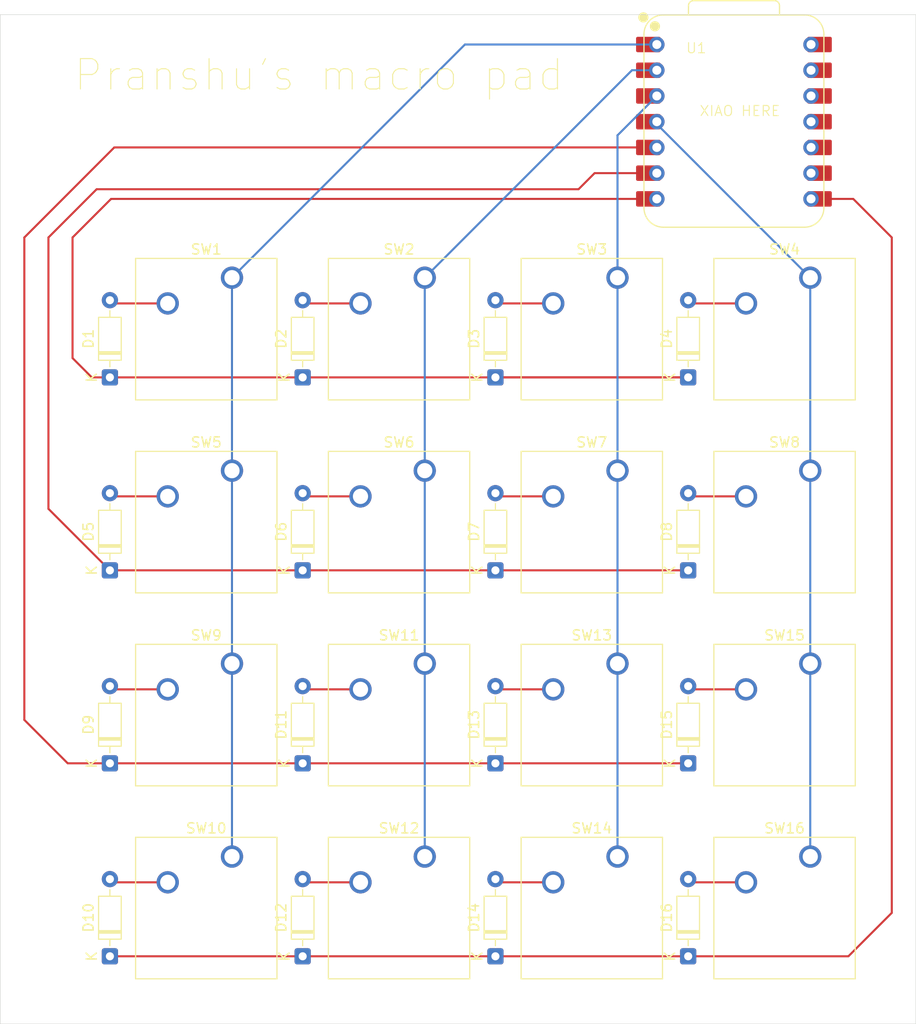
<source format=kicad_pcb>
(kicad_pcb (version 20241229) (generator "pcbnew") (generator_version "9.0")
  (layers (0 "F.Cu" signal) (2 "B.Cu" signal) (13 "F.Paste" user) (15 "B.Paste" user) (5 "F.SilkS" user "F.Silkscreen") (7 "B.SilkS" user "B.Silkscreen") (1 "F.Mask" user) (3 "B.Mask" user) (25 "Edge.Cuts" user))
  (net 0 "")
  (net 1 "Net-(D1-A)")
  (net 2 "Row 0")
  (net 3 "Net-(D2-A)")
  (net 4 "Net-(D3-A)")
  (net 5 "Net-(D4-A)")
  (net 6 "Net-(D5-A)")
  (net 7 "Row 1")
  (net 8 "Net-(D6-A)")
  (net 9 "Net-(D7-A)")
  (net 10 "Net-(D8-A)")
  (net 11 "Net-(D9-A)")
  (net 12 "Row 2")
  (net 13 "Row 3")
  (net 14 "Net-(D10-A)")
  (net 15 "Net-(D11-A)")
  (net 16 "Net-(D12-A)")
  (net 17 "Net-(D13-A)")
  (net 18 "Net-(D14-A)")
  (net 19 "Net-(D15-A)")
  (net 20 "Net-(D16-A)")
  (net 21 "Column 0")
  (net 22 "Column 1")
  (net 23 "Column 2")
  (net 24 "Column 3")
  (footprint "Button_Switch_Keyboard:SW_Cherry_MX_1.00u_PCB" (layer "F.Cu") (at 118.15125 73.025)
    (property "Reference" "SW2" (at -2.54 -2.794 0) (layer "F.SilkS"))
    (property "Value" "SW_Push")
    (fp_line (start -9.525 -1.905) (end 4.445 -1.905) (stroke (width 0.12)) (layer "F.SilkS"))
    (fp_line (start -9.525 12.065) (end -9.525 -1.905) (stroke (width 0.12)) (layer "F.SilkS"))
    (fp_line (start 4.445 -1.905) (end 4.445 12.065) (stroke (width 0.12)) (layer "F.SilkS"))
    (fp_line (start 4.445 12.065) (end -9.525 12.065) (stroke (width 0.12)) (layer "F.SilkS"))
    (pad "" np_thru_hole circle (at -7.62 5.08) (size 1.7 1.7) (drill 1.7) (layers "*.Cu" "*.Mask"))
    (pad "" np_thru_hole circle (at -2.54 5.08) (size 4 4) (drill 4) (layers "*.Cu" "*.Mask"))
    (pad "" np_thru_hole circle (at 2.54 5.08) (size 1.7 1.7) (drill 1.7) (layers "*.Cu" "*.Mask"))
    (pad "1" thru_hole circle (at 0 0) (size 2.2 2.2) (drill 1.5) (layers "*.Cu" "*.Mask") (net 22 "Column 1"))
    (pad "2" thru_hole circle (at -6.35 2.54) (size 2.2 2.2) (drill 1.5) (layers "*.Cu" "*.Mask") (net 3 "Net-(D2-A)"))
  )
  (footprint "Diode_THT:D_DO-35_SOD27_P7.62mm_Horizontal" (layer "F.Cu") (at 144.18625 140.0175 90)
    (property "Reference" "D16" (at 3.81 -2.12 90) (layer "F.SilkS"))
    (property "Value" "1N4148")
    (fp_line (start 2.53 -1.12) (end 2.53 1.12) (stroke (width 0.12)) (layer "F.SilkS"))
    (fp_line (start 2.41 -1.12) (end 2.41 1.12) (stroke (width 0.12)) (layer "F.SilkS"))
    (fp_line (start 2.29 -1.12) (end 2.29 1.12) (stroke (width 0.12)) (layer "F.SilkS"))
    (fp_line (start 6.58 0) (end 5.93 0) (stroke (width 0.12)) (layer "F.SilkS"))
    (fp_line (start 1.04 0) (end 1.69 0) (stroke (width 0.12)) (layer "F.SilkS"))
    (fp_rect (start 1.69 -1.12) (end 5.93 1.12) (stroke (width 0.12)) (fill no) (layer "F.SilkS"))
    (fp_text user "K" (at 0 -1.8 90) (layer "F.SilkS"))
    (pad "1" thru_hole roundrect (at 0 0 90) (size 1.6 1.6) (drill 0.8) (layers "*.Cu" "*.Mask") (roundrect_rratio 0.15625) (net 13 "Row 3"))
    (pad "2" thru_hole circle (at 7.62 0 90) (size 1.6 1.6) (drill 0.8) (layers "*.Cu" "*.Mask") (net 20 "Net-(D16-A)"))
  )
  (footprint "Diode_THT:D_DO-35_SOD27_P7.62mm_Horizontal" (layer "F.Cu") (at 106.08625 140.0175 90)
    (property "Reference" "D12" (at 3.81 -2.12 90) (layer "F.SilkS"))
    (property "Value" "1N4148")
    (fp_line (start 2.53 -1.12) (end 2.53 1.12) (stroke (width 0.12)) (layer "F.SilkS"))
    (fp_line (start 2.41 -1.12) (end 2.41 1.12) (stroke (width 0.12)) (layer "F.SilkS"))
    (fp_line (start 2.29 -1.12) (end 2.29 1.12) (stroke (width 0.12)) (layer "F.SilkS"))
    (fp_line (start 6.58 0) (end 5.93 0) (stroke (width 0.12)) (layer "F.SilkS"))
    (fp_line (start 1.04 0) (end 1.69 0) (stroke (width 0.12)) (layer "F.SilkS"))
    (fp_rect (start 1.69 -1.12) (end 5.93 1.12) (stroke (width 0.12)) (fill no) (layer "F.SilkS"))
    (fp_text user "K" (at 0 -1.8 90) (layer "F.SilkS"))
    (pad "1" thru_hole roundrect (at 0 0 90) (size 1.6 1.6) (drill 0.8) (layers "*.Cu" "*.Mask") (roundrect_rratio 0.15625) (net 13 "Row 3"))
    (pad "2" thru_hole circle (at 7.62 0 90) (size 1.6 1.6) (drill 0.8) (layers "*.Cu" "*.Mask") (net 16 "Net-(D12-A)"))
  )
  (footprint "Button_Switch_Keyboard:SW_Cherry_MX_1.00u_PCB" (layer "F.Cu") (at 137.20125 111.125)
    (property "Reference" "SW13" (at -2.54 -2.794 0) (layer "F.SilkS"))
    (property "Value" "SW_Push")
    (fp_line (start -9.525 -1.905) (end 4.445 -1.905) (stroke (width 0.12)) (layer "F.SilkS"))
    (fp_line (start -9.525 12.065) (end -9.525 -1.905) (stroke (width 0.12)) (layer "F.SilkS"))
    (fp_line (start 4.445 -1.905) (end 4.445 12.065) (stroke (width 0.12)) (layer "F.SilkS"))
    (fp_line (start 4.445 12.065) (end -9.525 12.065) (stroke (width 0.12)) (layer "F.SilkS"))
    (pad "" np_thru_hole circle (at -7.62 5.08) (size 1.7 1.7) (drill 1.7) (layers "*.Cu" "*.Mask"))
    (pad "" np_thru_hole circle (at -2.54 5.08) (size 4 4) (drill 4) (layers "*.Cu" "*.Mask"))
    (pad "" np_thru_hole circle (at 2.54 5.08) (size 1.7 1.7) (drill 1.7) (layers "*.Cu" "*.Mask"))
    (pad "1" thru_hole circle (at 0 0) (size 2.2 2.2) (drill 1.5) (layers "*.Cu" "*.Mask") (net 23 "Column 2"))
    (pad "2" thru_hole circle (at -6.35 2.54) (size 2.2 2.2) (drill 1.5) (layers "*.Cu" "*.Mask") (net 17 "Net-(D13-A)"))
  )
  (footprint "Button_Switch_Keyboard:SW_Cherry_MX_1.00u_PCB" (layer "F.Cu") (at 99.10125 111.125)
    (property "Reference" "SW9" (at -2.54 -2.794 0) (layer "F.SilkS"))
    (property "Value" "SW_Push")
    (fp_line (start -9.525 -1.905) (end 4.445 -1.905) (stroke (width 0.12)) (layer "F.SilkS"))
    (fp_line (start -9.525 12.065) (end -9.525 -1.905) (stroke (width 0.12)) (layer "F.SilkS"))
    (fp_line (start 4.445 -1.905) (end 4.445 12.065) (stroke (width 0.12)) (layer "F.SilkS"))
    (fp_line (start 4.445 12.065) (end -9.525 12.065) (stroke (width 0.12)) (layer "F.SilkS"))
    (pad "" np_thru_hole circle (at -7.62 5.08) (size 1.7 1.7) (drill 1.7) (layers "*.Cu" "*.Mask"))
    (pad "" np_thru_hole circle (at -2.54 5.08) (size 4 4) (drill 4) (layers "*.Cu" "*.Mask"))
    (pad "" np_thru_hole circle (at 2.54 5.08) (size 1.7 1.7) (drill 1.7) (layers "*.Cu" "*.Mask"))
    (pad "1" thru_hole circle (at 0 0) (size 2.2 2.2) (drill 1.5) (layers "*.Cu" "*.Mask") (net 21 "Column 0"))
    (pad "2" thru_hole circle (at -6.35 2.54) (size 2.2 2.2) (drill 1.5) (layers "*.Cu" "*.Mask") (net 11 "Net-(D9-A)"))
  )
  (footprint "Button_Switch_Keyboard:SW_Cherry_MX_1.00u_PCB" (layer "F.Cu") (at 118.15125 111.125)
    (property "Reference" "SW11" (at -2.54 -2.794 0) (layer "F.SilkS"))
    (property "Value" "SW_Push")
    (fp_line (start -9.525 -1.905) (end 4.445 -1.905) (stroke (width 0.12)) (layer "F.SilkS"))
    (fp_line (start -9.525 12.065) (end -9.525 -1.905) (stroke (width 0.12)) (layer "F.SilkS"))
    (fp_line (start 4.445 -1.905) (end 4.445 12.065) (stroke (width 0.12)) (layer "F.SilkS"))
    (fp_line (start 4.445 12.065) (end -9.525 12.065) (stroke (width 0.12)) (layer "F.SilkS"))
    (pad "" np_thru_hole circle (at -7.62 5.08) (size 1.7 1.7) (drill 1.7) (layers "*.Cu" "*.Mask"))
    (pad "" np_thru_hole circle (at -2.54 5.08) (size 4 4) (drill 4) (layers "*.Cu" "*.Mask"))
    (pad "" np_thru_hole circle (at 2.54 5.08) (size 1.7 1.7) (drill 1.7) (layers "*.Cu" "*.Mask"))
    (pad "1" thru_hole circle (at 0 0) (size 2.2 2.2) (drill 1.5) (layers "*.Cu" "*.Mask") (net 22 "Column 1"))
    (pad "2" thru_hole circle (at -6.35 2.54) (size 2.2 2.2) (drill 1.5) (layers "*.Cu" "*.Mask") (net 15 "Net-(D11-A)"))
  )
  (footprint "Button_Switch_Keyboard:SW_Cherry_MX_1.00u_PCB" (layer "F.Cu") (at 99.10125 73.025)
    (property "Reference" "SW1" (at -2.54 -2.794 0) (layer "F.SilkS"))
    (property "Value" "SW_Push")
    (fp_line (start -9.525 -1.905) (end 4.445 -1.905) (stroke (width 0.12)) (layer "F.SilkS"))
    (fp_line (start -9.525 12.065) (end -9.525 -1.905) (stroke (width 0.12)) (layer "F.SilkS"))
    (fp_line (start 4.445 -1.905) (end 4.445 12.065) (stroke (width 0.12)) (layer "F.SilkS"))
    (fp_line (start 4.445 12.065) (end -9.525 12.065) (stroke (width 0.12)) (layer "F.SilkS"))
    (pad "" np_thru_hole circle (at -7.62 5.08) (size 1.7 1.7) (drill 1.7) (layers "*.Cu" "*.Mask"))
    (pad "" np_thru_hole circle (at -2.54 5.08) (size 4 4) (drill 4) (layers "*.Cu" "*.Mask"))
    (pad "" np_thru_hole circle (at 2.54 5.08) (size 1.7 1.7) (drill 1.7) (layers "*.Cu" "*.Mask"))
    (pad "1" thru_hole circle (at 0 0) (size 2.2 2.2) (drill 1.5) (layers "*.Cu" "*.Mask") (net 21 "Column 0"))
    (pad "2" thru_hole circle (at -6.35 2.54) (size 2.2 2.2) (drill 1.5) (layers "*.Cu" "*.Mask") (net 1 "Net-(D1-A)"))
  )
  (footprint "Diode_THT:D_DO-35_SOD27_P7.62mm_Horizontal" (layer "F.Cu") (at 125.13625 82.8675 90)
    (property "Reference" "D3" (at 3.81 -2.12 90) (layer "F.SilkS"))
    (property "Value" "1N4148")
    (fp_line (start 2.53 -1.12) (end 2.53 1.12) (stroke (width 0.12)) (layer "F.SilkS"))
    (fp_line (start 2.41 -1.12) (end 2.41 1.12) (stroke (width 0.12)) (layer "F.SilkS"))
    (fp_line (start 2.29 -1.12) (end 2.29 1.12) (stroke (width 0.12)) (layer "F.SilkS"))
    (fp_line (start 6.58 0) (end 5.93 0) (stroke (width 0.12)) (layer "F.SilkS"))
    (fp_line (start 1.04 0) (end 1.69 0) (stroke (width 0.12)) (layer "F.SilkS"))
    (fp_rect (start 1.69 -1.12) (end 5.93 1.12) (stroke (width 0.12)) (fill no) (layer "F.SilkS"))
    (fp_text user "K" (at 0 -1.8 90) (layer "F.SilkS"))
    (pad "1" thru_hole roundrect (at 0 0 90) (size 1.6 1.6) (drill 0.8) (layers "*.Cu" "*.Mask") (roundrect_rratio 0.15625) (net 2 "Row 0"))
    (pad "2" thru_hole circle (at 7.62 0 90) (size 1.6 1.6) (drill 0.8) (layers "*.Cu" "*.Mask") (net 4 "Net-(D3-A)"))
  )
  (footprint "Diode_THT:D_DO-35_SOD27_P7.62mm_Horizontal" (layer "F.Cu") (at 87.03625 120.9675 90)
    (property "Reference" "D9" (at 3.81 -2.12 90) (layer "F.SilkS"))
    (property "Value" "1N4148")
    (fp_line (start 2.53 -1.12) (end 2.53 1.12) (stroke (width 0.12)) (layer "F.SilkS"))
    (fp_line (start 2.41 -1.12) (end 2.41 1.12) (stroke (width 0.12)) (layer "F.SilkS"))
    (fp_line (start 2.29 -1.12) (end 2.29 1.12) (stroke (width 0.12)) (layer "F.SilkS"))
    (fp_line (start 6.58 0) (end 5.93 0) (stroke (width 0.12)) (layer "F.SilkS"))
    (fp_line (start 1.04 0) (end 1.69 0) (stroke (width 0.12)) (layer "F.SilkS"))
    (fp_rect (start 1.69 -1.12) (end 5.93 1.12) (stroke (width 0.12)) (fill no) (layer "F.SilkS"))
    (fp_text user "K" (at 0 -1.8 90) (layer "F.SilkS"))
    (pad "1" thru_hole roundrect (at 0 0 90) (size 1.6 1.6) (drill 0.8) (layers "*.Cu" "*.Mask") (roundrect_rratio 0.15625) (net 12 "Row 2"))
    (pad "2" thru_hole circle (at 7.62 0 90) (size 1.6 1.6) (drill 0.8) (layers "*.Cu" "*.Mask") (net 11 "Net-(D9-A)"))
  )
  (footprint "Button_Switch_Keyboard:SW_Cherry_MX_1.00u_PCB" (layer "F.Cu") (at 156.25125 73.025)
    (property "Reference" "SW4" (at -2.54 -2.794 0) (layer "F.SilkS"))
    (property "Value" "SW_Push")
    (fp_line (start -9.525 -1.905) (end 4.445 -1.905) (stroke (width 0.12)) (layer "F.SilkS"))
    (fp_line (start -9.525 12.065) (end -9.525 -1.905) (stroke (width 0.12)) (layer "F.SilkS"))
    (fp_line (start 4.445 -1.905) (end 4.445 12.065) (stroke (width 0.12)) (layer "F.SilkS"))
    (fp_line (start 4.445 12.065) (end -9.525 12.065) (stroke (width 0.12)) (layer "F.SilkS"))
    (pad "" np_thru_hole circle (at -7.62 5.08) (size 1.7 1.7) (drill 1.7) (layers "*.Cu" "*.Mask"))
    (pad "" np_thru_hole circle (at -2.54 5.08) (size 4 4) (drill 4) (layers "*.Cu" "*.Mask"))
    (pad "" np_thru_hole circle (at 2.54 5.08) (size 1.7 1.7) (drill 1.7) (layers "*.Cu" "*.Mask"))
    (pad "1" thru_hole circle (at 0 0) (size 2.2 2.2) (drill 1.5) (layers "*.Cu" "*.Mask") (net 24 "Column 3"))
    (pad "2" thru_hole circle (at -6.35 2.54) (size 2.2 2.2) (drill 1.5) (layers "*.Cu" "*.Mask") (net 5 "Net-(D4-A)"))
  )
  (footprint "Button_Switch_Keyboard:SW_Cherry_MX_1.00u_PCB" (layer "F.Cu") (at 118.15125 130.175)
    (property "Reference" "SW12" (at -2.54 -2.794 0) (layer "F.SilkS"))
    (property "Value" "SW_Push")
    (fp_line (start -9.525 -1.905) (end 4.445 -1.905) (stroke (width 0.12)) (layer "F.SilkS"))
    (fp_line (start -9.525 12.065) (end -9.525 -1.905) (stroke (width 0.12)) (layer "F.SilkS"))
    (fp_line (start 4.445 -1.905) (end 4.445 12.065) (stroke (width 0.12)) (layer "F.SilkS"))
    (fp_line (start 4.445 12.065) (end -9.525 12.065) (stroke (width 0.12)) (layer "F.SilkS"))
    (pad "" np_thru_hole circle (at -7.62 5.08) (size 1.7 1.7) (drill 1.7) (layers "*.Cu" "*.Mask"))
    (pad "" np_thru_hole circle (at -2.54 5.08) (size 4 4) (drill 4) (layers "*.Cu" "*.Mask"))
    (pad "" np_thru_hole circle (at 2.54 5.08) (size 1.7 1.7) (drill 1.7) (layers "*.Cu" "*.Mask"))
    (pad "1" thru_hole circle (at 0 0) (size 2.2 2.2) (drill 1.5) (layers "*.Cu" "*.Mask") (net 22 "Column 1"))
    (pad "2" thru_hole circle (at -6.35 2.54) (size 2.2 2.2) (drill 1.5) (layers "*.Cu" "*.Mask") (net 16 "Net-(D12-A)"))
  )
  (footprint "Diode_THT:D_DO-35_SOD27_P7.62mm_Horizontal" (layer "F.Cu") (at 87.03625 140.0175 90)
    (property "Reference" "D10" (at 3.81 -2.12 90) (layer "F.SilkS"))
    (property "Value" "1N4148")
    (fp_line (start 2.53 -1.12) (end 2.53 1.12) (stroke (width 0.12)) (layer "F.SilkS"))
    (fp_line (start 2.41 -1.12) (end 2.41 1.12) (stroke (width 0.12)) (layer "F.SilkS"))
    (fp_line (start 2.29 -1.12) (end 2.29 1.12) (stroke (width 0.12)) (layer "F.SilkS"))
    (fp_line (start 6.58 0) (end 5.93 0) (stroke (width 0.12)) (layer "F.SilkS"))
    (fp_line (start 1.04 0) (end 1.69 0) (stroke (width 0.12)) (layer "F.SilkS"))
    (fp_rect (start 1.69 -1.12) (end 5.93 1.12) (stroke (width 0.12)) (fill no) (layer "F.SilkS"))
    (fp_text user "K" (at 0 -1.8 90) (layer "F.SilkS"))
    (pad "1" thru_hole roundrect (at 0 0 90) (size 1.6 1.6) (drill 0.8) (layers "*.Cu" "*.Mask") (roundrect_rratio 0.15625) (net 13 "Row 3"))
    (pad "2" thru_hole circle (at 7.62 0 90) (size 1.6 1.6) (drill 0.8) (layers "*.Cu" "*.Mask") (net 14 "Net-(D10-A)"))
  )
  (footprint "Button_Switch_Keyboard:SW_Cherry_MX_1.00u_PCB" (layer "F.Cu") (at 99.10125 130.175)
    (property "Reference" "SW10" (at -2.54 -2.794 0) (layer "F.SilkS"))
    (property "Value" "SW_Push")
    (fp_line (start -9.525 -1.905) (end 4.445 -1.905) (stroke (width 0.12)) (layer "F.SilkS"))
    (fp_line (start -9.525 12.065) (end -9.525 -1.905) (stroke (width 0.12)) (layer "F.SilkS"))
    (fp_line (start 4.445 -1.905) (end 4.445 12.065) (stroke (width 0.12)) (layer "F.SilkS"))
    (fp_line (start 4.445 12.065) (end -9.525 12.065) (stroke (width 0.12)) (layer "F.SilkS"))
    (pad "" np_thru_hole circle (at -7.62 5.08) (size 1.7 1.7) (drill 1.7) (layers "*.Cu" "*.Mask"))
    (pad "" np_thru_hole circle (at -2.54 5.08) (size 4 4) (drill 4) (layers "*.Cu" "*.Mask"))
    (pad "" np_thru_hole circle (at 2.54 5.08) (size 1.7 1.7) (drill 1.7) (layers "*.Cu" "*.Mask"))
    (pad "1" thru_hole circle (at 0 0) (size 2.2 2.2) (drill 1.5) (layers "*.Cu" "*.Mask") (net 21 "Column 0"))
    (pad "2" thru_hole circle (at -6.35 2.54) (size 2.2 2.2) (drill 1.5) (layers "*.Cu" "*.Mask") (net 14 "Net-(D10-A)"))
  )
  (footprint "OPL:XIAO-RP2040-DIP" (layer "F.Cu") (at 148.7075 57.62625)
    (property "Reference" "U1" (hide yes))
    (property "Value" "XIAO-RP2040-DIP")
    (fp_line (start -8.89 8.509) (end -8.89 -8.636) (stroke (width 0.127)) (layer "F.SilkS"))
    (fp_line (start -6.985 10.414) (end 6.985 10.414) (stroke (width 0.127)) (layer "F.SilkS"))
    (fp_line (start -4.495 -10.541) (end -4.491272 -11.451272) (stroke (width 0.127)) (layer "F.SilkS"))
    (fp_line (start -3.991272 -11.951) (end 4.004 -11.951) (stroke (width 0.127)) (layer "F.SilkS"))
    (fp_line (start 4.504 -11.451) (end 4.504 -10.541) (stroke (width 0.127)) (layer "F.SilkS"))
    (fp_line (start 6.985 -10.541) (end -6.985 -10.541) (stroke (width 0.1)) (layer "F.SilkS"))
    (fp_line (start 6.985 -10.541) (end -6.985 -10.541) (stroke (width 0.127)) (layer "F.SilkS"))
    (fp_line (start 8.89 8.509) (end 8.89 -8.636) (stroke (width 0.127)) (layer "F.SilkS"))
    (fp_arc (start -8.89 -8.636) (mid -8.332038 -9.983038) (end -6.985 -10.541) (stroke (width 0.127)) (layer "F.SilkS"))
    (fp_arc (start -6.985 10.414) (mid -8.332038 9.856038) (end -8.89 8.509) (stroke (width 0.127)) (layer "F.SilkS"))
    (fp_arc (start -4.491272 -11.451272) (mid -4.344728 -11.80464) (end -3.991272 -11.951) (stroke (width 0.127)) (layer "F.SilkS"))
    (fp_arc (start 4.004 -11.951) (mid 4.357553 -11.804553) (end 4.504 -11.451) (stroke (width 0.127)) (layer "F.SilkS"))
    (fp_arc (start 6.985 -10.541) (mid 8.332038 -9.983038) (end 8.89 -8.636) (stroke (width 0.127)) (layer "F.SilkS"))
    (fp_arc (start 8.89 8.509) (mid 8.332038 9.856038) (end 6.985 10.414) (stroke (width 0.127)) (layer "F.SilkS"))
    (fp_circle (center -8.95 -10.3) (end -8.95 -10.554) (stroke (width 0.5)) (fill yes) (layer "F.SilkS"))
    (fp_circle (center -7.807 -9.42) (end -7.807 -9.674) (stroke (width 0.5)) (fill yes) (layer "F.SilkS"))
    (pad "1" smd roundrect (at -8.455 -7.62 180) (size 2.432 1.524) (layers "F.Cu" "F.Mask") (roundrect_rratio 0.1) (net 21 "Column 0"))
    (pad "1" thru_hole circle (at -7.62 -7.62 180) (size 1.524 1.524) (drill 0.889) (layers "*.Cu" "*.Mask") (net 21 "Column 0"))
    (pad "2" smd roundrect (at -8.455 -5.08 180) (size 2.432 1.524) (layers "F.Cu" "F.Mask") (roundrect_rratio 0.1) (net 22 "Column 1"))
    (pad "2" thru_hole circle (at -7.62 -5.08 180) (size 1.524 1.524) (drill 0.889) (layers "*.Cu" "*.Mask") (net 22 "Column 1"))
    (pad "3" smd roundrect (at -8.455 -2.54 180) (size 2.432 1.524) (layers "F.Cu" "F.Mask") (roundrect_rratio 0.1) (net 23 "Column 2"))
    (pad "3" thru_hole circle (at -7.62 -2.54 180) (size 1.524 1.524) (drill 0.889) (layers "*.Cu" "*.Mask") (net 23 "Column 2"))
    (pad "4" smd roundrect (at -8.455 0 180) (size 2.432 1.524) (layers "F.Cu" "F.Mask") (roundrect_rratio 0.1) (net 24 "Column 3"))
    (pad "4" thru_hole circle (at -7.62 0 180) (size 1.524 1.524) (drill 0.889) (layers "*.Cu" "*.Mask") (net 24 "Column 3"))
    (pad "5" smd roundrect (at -8.455 2.54 180) (size 2.432 1.524) (layers "F.Cu" "F.Mask") (roundrect_rratio 0.1) (net 12 "Row 2"))
    (pad "5" thru_hole circle (at -7.62 2.54 180) (size 1.524 1.524) (drill 0.889) (layers "*.Cu" "*.Mask") (net 12 "Row 2"))
    (pad "6" smd roundrect (at -8.455 5.08 180) (size 2.432 1.524) (layers "F.Cu" "F.Mask") (roundrect_rratio 0.1) (net 7 "Row 1"))
    (pad "6" thru_hole circle (at -7.62 5.08 180) (size 1.524 1.524) (drill 0.889) (layers "*.Cu" "*.Mask") (net 7 "Row 1"))
    (pad "7" smd roundrect (at -8.455 7.62 180) (size 2.432 1.524) (layers "F.Cu" "F.Mask") (roundrect_rratio 0.1) (net 2 "Row 0"))
    (pad "7" thru_hole circle (at -7.62 7.62 180) (size 1.524 1.524) (drill 0.889) (layers "*.Cu" "*.Mask") (net 2 "Row 0"))
    (pad "8" thru_hole circle (at 7.62 7.62) (size 1.524 1.524) (drill 0.889) (layers "*.Cu" "*.Mask") (net 13 "Row 3"))
    (pad "8" smd roundrect (at 8.455 7.62) (size 2.432 1.524) (layers "F.Cu" "F.Mask") (roundrect_rratio 0.1) (net 13 "Row 3"))
    (pad "9" thru_hole circle (at 7.62 5.08) (size 1.524 1.524) (drill 0.889) (layers "*.Cu" "*.Mask"))
    (pad "9" smd roundrect (at 8.455 5.08) (size 2.432 1.524) (layers "F.Cu" "F.Mask") (roundrect_rratio 0.1))
    (pad "10" thru_hole circle (at 7.62 2.54) (size 1.524 1.524) (drill 0.889) (layers "*.Cu" "*.Mask"))
    (pad "10" smd roundrect (at 8.455 2.54) (size 2.432 1.524) (layers "F.Cu" "F.Mask") (roundrect_rratio 0.1))
    (pad "11" thru_hole circle (at 7.62 0) (size 1.524 1.524) (drill 0.889) (layers "*.Cu" "*.Mask"))
    (pad "11" smd roundrect (at 8.455 0) (size 2.432 1.524) (layers "F.Cu" "F.Mask") (roundrect_rratio 0.1))
    (pad "12" thru_hole circle (at 7.62 -2.54) (size 1.524 1.524) (drill 0.889) (layers "*.Cu" "*.Mask"))
    (pad "12" smd roundrect (at 8.455 -2.54) (size 2.432 1.524) (layers "F.Cu" "F.Mask") (roundrect_rratio 0.1))
    (pad "13" thru_hole circle (at 7.62 -5.08) (size 1.524 1.524) (drill 0.889) (layers "*.Cu" "*.Mask"))
    (pad "13" smd roundrect (at 8.455 -5.08) (size 2.432 1.524) (layers "F.Cu" "F.Mask") (roundrect_rratio 0.1))
    (pad "14" thru_hole circle (at 7.62 -7.62) (size 1.524 1.524) (drill 0.889) (layers "*.Cu" "*.Mask"))
    (pad "14" smd roundrect (at 8.455 -7.62) (size 2.432 1.524) (layers "F.Cu" "F.Mask") (roundrect_rratio 0.1))
  )
  (footprint "Button_Switch_Keyboard:SW_Cherry_MX_1.00u_PCB" (layer "F.Cu") (at 118.15125 92.075)
    (property "Reference" "SW6" (at -2.54 -2.794 0) (layer "F.SilkS"))
    (property "Value" "SW_Push")
    (fp_line (start -9.525 -1.905) (end 4.445 -1.905) (stroke (width 0.12)) (layer "F.SilkS"))
    (fp_line (start -9.525 12.065) (end -9.525 -1.905) (stroke (width 0.12)) (layer "F.SilkS"))
    (fp_line (start 4.445 -1.905) (end 4.445 12.065) (stroke (width 0.12)) (layer "F.SilkS"))
    (fp_line (start 4.445 12.065) (end -9.525 12.065) (stroke (width 0.12)) (layer "F.SilkS"))
    (pad "" np_thru_hole circle (at -7.62 5.08) (size 1.7 1.7) (drill 1.7) (layers "*.Cu" "*.Mask"))
    (pad "" np_thru_hole circle (at -2.54 5.08) (size 4 4) (drill 4) (layers "*.Cu" "*.Mask"))
    (pad "" np_thru_hole circle (at 2.54 5.08) (size 1.7 1.7) (drill 1.7) (layers "*.Cu" "*.Mask"))
    (pad "1" thru_hole circle (at 0 0) (size 2.2 2.2) (drill 1.5) (layers "*.Cu" "*.Mask") (net 22 "Column 1"))
    (pad "2" thru_hole circle (at -6.35 2.54) (size 2.2 2.2) (drill 1.5) (layers "*.Cu" "*.Mask") (net 8 "Net-(D6-A)"))
  )
  (footprint "Button_Switch_Keyboard:SW_Cherry_MX_1.00u_PCB" (layer "F.Cu") (at 156.25125 92.075)
    (property "Reference" "SW8" (at -2.54 -2.794 0) (layer "F.SilkS"))
    (property "Value" "SW_Push")
    (fp_line (start -9.525 -1.905) (end 4.445 -1.905) (stroke (width 0.12)) (layer "F.SilkS"))
    (fp_line (start -9.525 12.065) (end -9.525 -1.905) (stroke (width 0.12)) (layer "F.SilkS"))
    (fp_line (start 4.445 -1.905) (end 4.445 12.065) (stroke (width 0.12)) (layer "F.SilkS"))
    (fp_line (start 4.445 12.065) (end -9.525 12.065) (stroke (width 0.12)) (layer "F.SilkS"))
    (pad "" np_thru_hole circle (at -7.62 5.08) (size 1.7 1.7) (drill 1.7) (layers "*.Cu" "*.Mask"))
    (pad "" np_thru_hole circle (at -2.54 5.08) (size 4 4) (drill 4) (layers "*.Cu" "*.Mask"))
    (pad "" np_thru_hole circle (at 2.54 5.08) (size 1.7 1.7) (drill 1.7) (layers "*.Cu" "*.Mask"))
    (pad "1" thru_hole circle (at 0 0) (size 2.2 2.2) (drill 1.5) (layers "*.Cu" "*.Mask") (net 24 "Column 3"))
    (pad "2" thru_hole circle (at -6.35 2.54) (size 2.2 2.2) (drill 1.5) (layers "*.Cu" "*.Mask") (net 10 "Net-(D8-A)"))
  )
  (footprint "Button_Switch_Keyboard:SW_Cherry_MX_1.00u_PCB" (layer "F.Cu") (at 137.20125 92.075)
    (property "Reference" "SW7" (at -2.54 -2.794 0) (layer "F.SilkS"))
    (property "Value" "SW_Push")
    (fp_line (start -9.525 -1.905) (end 4.445 -1.905) (stroke (width 0.12)) (layer "F.SilkS"))
    (fp_line (start -9.525 12.065) (end -9.525 -1.905) (stroke (width 0.12)) (layer "F.SilkS"))
    (fp_line (start 4.445 -1.905) (end 4.445 12.065) (stroke (width 0.12)) (layer "F.SilkS"))
    (fp_line (start 4.445 12.065) (end -9.525 12.065) (stroke (width 0.12)) (layer "F.SilkS"))
    (pad "" np_thru_hole circle (at -7.62 5.08) (size 1.7 1.7) (drill 1.7) (layers "*.Cu" "*.Mask"))
    (pad "" np_thru_hole circle (at -2.54 5.08) (size 4 4) (drill 4) (layers "*.Cu" "*.Mask"))
    (pad "" np_thru_hole circle (at 2.54 5.08) (size 1.7 1.7) (drill 1.7) (layers "*.Cu" "*.Mask"))
    (pad "1" thru_hole circle (at 0 0) (size 2.2 2.2) (drill 1.5) (layers "*.Cu" "*.Mask") (net 23 "Column 2"))
    (pad "2" thru_hole circle (at -6.35 2.54) (size 2.2 2.2) (drill 1.5) (layers "*.Cu" "*.Mask") (net 9 "Net-(D7-A)"))
  )
  (footprint "Button_Switch_Keyboard:SW_Cherry_MX_1.00u_PCB" (layer "F.Cu") (at 156.25125 130.175)
    (property "Reference" "SW16" (at -2.54 -2.794 0) (layer "F.SilkS"))
    (property "Value" "SW_Push")
    (fp_line (start -9.525 -1.905) (end 4.445 -1.905) (stroke (width 0.12)) (layer "F.SilkS"))
    (fp_line (start -9.525 12.065) (end -9.525 -1.905) (stroke (width 0.12)) (layer "F.SilkS"))
    (fp_line (start 4.445 -1.905) (end 4.445 12.065) (stroke (width 0.12)) (layer "F.SilkS"))
    (fp_line (start 4.445 12.065) (end -9.525 12.065) (stroke (width 0.12)) (layer "F.SilkS"))
    (pad "" np_thru_hole circle (at -7.62 5.08) (size 1.7 1.7) (drill 1.7) (layers "*.Cu" "*.Mask"))
    (pad "" np_thru_hole circle (at -2.54 5.08) (size 4 4) (drill 4) (layers "*.Cu" "*.Mask"))
    (pad "" np_thru_hole circle (at 2.54 5.08) (size 1.7 1.7) (drill 1.7) (layers "*.Cu" "*.Mask"))
    (pad "1" thru_hole circle (at 0 0) (size 2.2 2.2) (drill 1.5) (layers "*.Cu" "*.Mask") (net 24 "Column 3"))
    (pad "2" thru_hole circle (at -6.35 2.54) (size 2.2 2.2) (drill 1.5) (layers "*.Cu" "*.Mask") (net 20 "Net-(D16-A)"))
  )
  (footprint "Diode_THT:D_DO-35_SOD27_P7.62mm_Horizontal" (layer "F.Cu") (at 144.18625 101.9175 90)
    (property "Reference" "D8" (at 3.81 -2.12 90) (layer "F.SilkS"))
    (property "Value" "1N4148")
    (fp_line (start 2.53 -1.12) (end 2.53 1.12) (stroke (width 0.12)) (layer "F.SilkS"))
    (fp_line (start 2.41 -1.12) (end 2.41 1.12) (stroke (width 0.12)) (layer "F.SilkS"))
    (fp_line (start 2.29 -1.12) (end 2.29 1.12) (stroke (width 0.12)) (layer "F.SilkS"))
    (fp_line (start 6.58 0) (end 5.93 0) (stroke (width 0.12)) (layer "F.SilkS"))
    (fp_line (start 1.04 0) (end 1.69 0) (stroke (width 0.12)) (layer "F.SilkS"))
    (fp_rect (start 1.69 -1.12) (end 5.93 1.12) (stroke (width 0.12)) (fill no) (layer "F.SilkS"))
    (fp_text user "K" (at 0 -1.8 90) (layer "F.SilkS"))
    (pad "1" thru_hole roundrect (at 0 0 90) (size 1.6 1.6) (drill 0.8) (layers "*.Cu" "*.Mask") (roundrect_rratio 0.15625) (net 7 "Row 1"))
    (pad "2" thru_hole circle (at 7.62 0 90) (size 1.6 1.6) (drill 0.8) (layers "*.Cu" "*.Mask") (net 10 "Net-(D8-A)"))
  )
  (footprint "Diode_THT:D_DO-35_SOD27_P7.62mm_Horizontal" (layer "F.Cu") (at 144.18625 120.9675 90)
    (property "Reference" "D15" (at 3.81 -2.12 90) (layer "F.SilkS"))
    (property "Value" "1N4148")
    (fp_line (start 2.53 -1.12) (end 2.53 1.12) (stroke (width 0.12)) (layer "F.SilkS"))
    (fp_line (start 2.41 -1.12) (end 2.41 1.12) (stroke (width 0.12)) (layer "F.SilkS"))
    (fp_line (start 2.29 -1.12) (end 2.29 1.12) (stroke (width 0.12)) (layer "F.SilkS"))
    (fp_line (start 6.58 0) (end 5.93 0) (stroke (width 0.12)) (layer "F.SilkS"))
    (fp_line (start 1.04 0) (end 1.69 0) (stroke (width 0.12)) (layer "F.SilkS"))
    (fp_rect (start 1.69 -1.12) (end 5.93 1.12) (stroke (width 0.12)) (fill no) (layer "F.SilkS"))
    (fp_text user "K" (at 0 -1.8 90) (layer "F.SilkS"))
    (pad "1" thru_hole roundrect (at 0 0 90) (size 1.6 1.6) (drill 0.8) (layers "*.Cu" "*.Mask") (roundrect_rratio 0.15625) (net 12 "Row 2"))
    (pad "2" thru_hole circle (at 7.62 0 90) (size 1.6 1.6) (drill 0.8) (layers "*.Cu" "*.Mask") (net 19 "Net-(D15-A)"))
  )
  (footprint "Diode_THT:D_DO-35_SOD27_P7.62mm_Horizontal" (layer "F.Cu") (at 87.03625 101.9175 90)
    (property "Reference" "D5" (at 3.81 -2.12 90) (layer "F.SilkS"))
    (property "Value" "1N4148")
    (fp_line (start 2.53 -1.12) (end 2.53 1.12) (stroke (width 0.12)) (layer "F.SilkS"))
    (fp_line (start 2.41 -1.12) (end 2.41 1.12) (stroke (width 0.12)) (layer "F.SilkS"))
    (fp_line (start 2.29 -1.12) (end 2.29 1.12) (stroke (width 0.12)) (layer "F.SilkS"))
    (fp_line (start 6.58 0) (end 5.93 0) (stroke (width 0.12)) (layer "F.SilkS"))
    (fp_line (start 1.04 0) (end 1.69 0) (stroke (width 0.12)) (layer "F.SilkS"))
    (fp_rect (start 1.69 -1.12) (end 5.93 1.12) (stroke (width 0.12)) (fill no) (layer "F.SilkS"))
    (fp_text user "K" (at 0 -1.8 90) (layer "F.SilkS"))
    (pad "1" thru_hole roundrect (at 0 0 90) (size 1.6 1.6) (drill 0.8) (layers "*.Cu" "*.Mask") (roundrect_rratio 0.15625) (net 7 "Row 1"))
    (pad "2" thru_hole circle (at 7.62 0 90) (size 1.6 1.6) (drill 0.8) (layers "*.Cu" "*.Mask") (net 6 "Net-(D5-A)"))
  )
  (footprint "Button_Switch_Keyboard:SW_Cherry_MX_1.00u_PCB" (layer "F.Cu") (at 99.10125 92.075)
    (property "Reference" "SW5" (at -2.54 -2.794 0) (layer "F.SilkS"))
    (property "Value" "SW_Push")
    (fp_line (start -9.525 -1.905) (end 4.445 -1.905) (stroke (width 0.12)) (layer "F.SilkS"))
    (fp_line (start -9.525 12.065) (end -9.525 -1.905) (stroke (width 0.12)) (layer "F.SilkS"))
    (fp_line (start 4.445 -1.905) (end 4.445 12.065) (stroke (width 0.12)) (layer "F.SilkS"))
    (fp_line (start 4.445 12.065) (end -9.525 12.065) (stroke (width 0.12)) (layer "F.SilkS"))
    (pad "" np_thru_hole circle (at -7.62 5.08) (size 1.7 1.7) (drill 1.7) (layers "*.Cu" "*.Mask"))
    (pad "" np_thru_hole circle (at -2.54 5.08) (size 4 4) (drill 4) (layers "*.Cu" "*.Mask"))
    (pad "" np_thru_hole circle (at 2.54 5.08) (size 1.7 1.7) (drill 1.7) (layers "*.Cu" "*.Mask"))
    (pad "1" thru_hole circle (at 0 0) (size 2.2 2.2) (drill 1.5) (layers "*.Cu" "*.Mask") (net 21 "Column 0"))
    (pad "2" thru_hole circle (at -6.35 2.54) (size 2.2 2.2) (drill 1.5) (layers "*.Cu" "*.Mask") (net 6 "Net-(D5-A)"))
  )
  (footprint "Diode_THT:D_DO-35_SOD27_P7.62mm_Horizontal" (layer "F.Cu") (at 144.18625 82.8675 90)
    (property "Reference" "D4" (at 3.81 -2.12 90) (layer "F.SilkS"))
    (property "Value" "1N4148")
    (fp_line (start 2.53 -1.12) (end 2.53 1.12) (stroke (width 0.12)) (layer "F.SilkS"))
    (fp_line (start 2.41 -1.12) (end 2.41 1.12) (stroke (width 0.12)) (layer "F.SilkS"))
    (fp_line (start 2.29 -1.12) (end 2.29 1.12) (stroke (width 0.12)) (layer "F.SilkS"))
    (fp_line (start 6.58 0) (end 5.93 0) (stroke (width 0.12)) (layer "F.SilkS"))
    (fp_line (start 1.04 0) (end 1.69 0) (stroke (width 0.12)) (layer "F.SilkS"))
    (fp_rect (start 1.69 -1.12) (end 5.93 1.12) (stroke (width 0.12)) (fill no) (layer "F.SilkS"))
    (fp_text user "K" (at 0 -1.8 90) (layer "F.SilkS"))
    (pad "1" thru_hole roundrect (at 0 0 90) (size 1.6 1.6) (drill 0.8) (layers "*.Cu" "*.Mask") (roundrect_rratio 0.15625) (net 2 "Row 0"))
    (pad "2" thru_hole circle (at 7.62 0 90) (size 1.6 1.6) (drill 0.8) (layers "*.Cu" "*.Mask") (net 5 "Net-(D4-A)"))
  )
  (footprint "Diode_THT:D_DO-35_SOD27_P7.62mm_Horizontal" (layer "F.Cu") (at 125.13625 101.9175 90)
    (property "Reference" "D7" (at 3.81 -2.12 90) (layer "F.SilkS"))
    (property "Value" "1N4148")
    (fp_line (start 2.53 -1.12) (end 2.53 1.12) (stroke (width 0.12)) (layer "F.SilkS"))
    (fp_line (start 2.41 -1.12) (end 2.41 1.12) (stroke (width 0.12)) (layer "F.SilkS"))
    (fp_line (start 2.29 -1.12) (end 2.29 1.12) (stroke (width 0.12)) (layer "F.SilkS"))
    (fp_line (start 6.58 0) (end 5.93 0) (stroke (width 0.12)) (layer "F.SilkS"))
    (fp_line (start 1.04 0) (end 1.69 0) (stroke (width 0.12)) (layer "F.SilkS"))
    (fp_rect (start 1.69 -1.12) (end 5.93 1.12) (stroke (width 0.12)) (fill no) (layer "F.SilkS"))
    (fp_text user "K" (at 0 -1.8 90) (layer "F.SilkS"))
    (pad "1" thru_hole roundrect (at 0 0 90) (size 1.6 1.6) (drill 0.8) (layers "*.Cu" "*.Mask") (roundrect_rratio 0.15625) (net 7 "Row 1"))
    (pad "2" thru_hole circle (at 7.62 0 90) (size 1.6 1.6) (drill 0.8) (layers "*.Cu" "*.Mask") (net 9 "Net-(D7-A)"))
  )
  (footprint "Diode_THT:D_DO-35_SOD27_P7.62mm_Horizontal" (layer "F.Cu") (at 87.03625 82.8675 90)
    (property "Reference" "D1" (at 3.81 -2.12 90) (layer "F.SilkS"))
    (property "Value" "1N4148")
    (fp_line (start 2.53 -1.12) (end 2.53 1.12) (stroke (width 0.12)) (layer "F.SilkS"))
    (fp_line (start 2.41 -1.12) (end 2.41 1.12) (stroke (width 0.12)) (layer "F.SilkS"))
    (fp_line (start 2.29 -1.12) (end 2.29 1.12) (stroke (width 0.12)) (layer "F.SilkS"))
    (fp_line (start 6.58 0) (end 5.93 0) (stroke (width 0.12)) (layer "F.SilkS"))
    (fp_line (start 1.04 0) (end 1.69 0) (stroke (width 0.12)) (layer "F.SilkS"))
    (fp_rect (start 1.69 -1.12) (end 5.93 1.12) (stroke (width 0.12)) (fill no) (layer "F.SilkS"))
    (fp_text user "K" (at 0 -1.8 90) (layer "F.SilkS"))
    (pad "1" thru_hole roundrect (at 0 0 90) (size 1.6 1.6) (drill 0.8) (layers "*.Cu" "*.Mask") (roundrect_rratio 0.15625) (net 2 "Row 0"))
    (pad "2" thru_hole circle (at 7.62 0 90) (size 1.6 1.6) (drill 0.8) (layers "*.Cu" "*.Mask") (net 1 "Net-(D1-A)"))
  )
  (footprint "Diode_THT:D_DO-35_SOD27_P7.62mm_Horizontal" (layer "F.Cu") (at 106.08625 82.8675 90)
    (property "Reference" "D2" (at 3.81 -2.12 90) (layer "F.SilkS"))
    (property "Value" "1N4148")
    (fp_line (start 2.53 -1.12) (end 2.53 1.12) (stroke (width 0.12)) (layer "F.SilkS"))
    (fp_line (start 2.41 -1.12) (end 2.41 1.12) (stroke (width 0.12)) (layer "F.SilkS"))
    (fp_line (start 2.29 -1.12) (end 2.29 1.12) (stroke (width 0.12)) (layer "F.SilkS"))
    (fp_line (start 6.58 0) (end 5.93 0) (stroke (width 0.12)) (layer "F.SilkS"))
    (fp_line (start 1.04 0) (end 1.69 0) (stroke (width 0.12)) (layer "F.SilkS"))
    (fp_rect (start 1.69 -1.12) (end 5.93 1.12) (stroke (width 0.12)) (fill no) (layer "F.SilkS"))
    (fp_text user "K" (at 0 -1.8 90) (layer "F.SilkS"))
    (pad "1" thru_hole roundrect (at 0 0 90) (size 1.6 1.6) (drill 0.8) (layers "*.Cu" "*.Mask") (roundrect_rratio 0.15625) (net 2 "Row 0"))
    (pad "2" thru_hole circle (at 7.62 0 90) (size 1.6 1.6) (drill 0.8) (layers "*.Cu" "*.Mask") (net 3 "Net-(D2-A)"))
  )
  (footprint "Button_Switch_Keyboard:SW_Cherry_MX_1.00u_PCB" (layer "F.Cu") (at 137.20125 130.175)
    (property "Reference" "SW14" (at -2.54 -2.794 0) (layer "F.SilkS"))
    (property "Value" "SW_Push")
    (fp_line (start -9.525 -1.905) (end 4.445 -1.905) (stroke (width 0.12)) (layer "F.SilkS"))
    (fp_line (start -9.525 12.065) (end -9.525 -1.905) (stroke (width 0.12)) (layer "F.SilkS"))
    (fp_line (start 4.445 -1.905) (end 4.445 12.065) (stroke (width 0.12)) (layer "F.SilkS"))
    (fp_line (start 4.445 12.065) (end -9.525 12.065) (stroke (width 0.12)) (layer "F.SilkS"))
    (pad "" np_thru_hole circle (at -7.62 5.08) (size 1.7 1.7) (drill 1.7) (layers "*.Cu" "*.Mask"))
    (pad "" np_thru_hole circle (at -2.54 5.08) (size 4 4) (drill 4) (layers "*.Cu" "*.Mask"))
    (pad "" np_thru_hole circle (at 2.54 5.08) (size 1.7 1.7) (drill 1.7) (layers "*.Cu" "*.Mask"))
    (pad "1" thru_hole circle (at 0 0) (size 2.2 2.2) (drill 1.5) (layers "*.Cu" "*.Mask") (net 23 "Column 2"))
    (pad "2" thru_hole circle (at -6.35 2.54) (size 2.2 2.2) (drill 1.5) (layers "*.Cu" "*.Mask") (net 18 "Net-(D14-A)"))
  )
  (footprint "Button_Switch_Keyboard:SW_Cherry_MX_1.00u_PCB" (layer "F.Cu") (at 156.25125 111.125)
    (property "Reference" "SW15" (at -2.54 -2.794 0) (layer "F.SilkS"))
    (property "Value" "SW_Push")
    (fp_line (start -9.525 -1.905) (end 4.445 -1.905) (stroke (width 0.12)) (layer "F.SilkS"))
    (fp_line (start -9.525 12.065) (end -9.525 -1.905) (stroke (width 0.12)) (layer "F.SilkS"))
    (fp_line (start 4.445 -1.905) (end 4.445 12.065) (stroke (width 0.12)) (layer "F.SilkS"))
    (fp_line (start 4.445 12.065) (end -9.525 12.065) (stroke (width 0.12)) (layer "F.SilkS"))
    (pad "" np_thru_hole circle (at -7.62 5.08) (size 1.7 1.7) (drill 1.7) (layers "*.Cu" "*.Mask"))
    (pad "" np_thru_hole circle (at -2.54 5.08) (size 4 4) (drill 4) (layers "*.Cu" "*.Mask"))
    (pad "" np_thru_hole circle (at 2.54 5.08) (size 1.7 1.7) (drill 1.7) (layers "*.Cu" "*.Mask"))
    (pad "1" thru_hole circle (at 0 0) (size 2.2 2.2) (drill 1.5) (layers "*.Cu" "*.Mask") (net 24 "Column 3"))
    (pad "2" thru_hole circle (at -6.35 2.54) (size 2.2 2.2) (drill 1.5) (layers "*.Cu" "*.Mask") (net 19 "Net-(D15-A)"))
  )
  (footprint "Button_Switch_Keyboard:SW_Cherry_MX_1.00u_PCB" (layer "F.Cu") (at 137.20125 73.025)
    (property "Reference" "SW3" (at -2.54 -2.794 0) (layer "F.SilkS"))
    (property "Value" "SW_Push")
    (fp_line (start -9.525 -1.905) (end 4.445 -1.905) (stroke (width 0.12)) (layer "F.SilkS"))
    (fp_line (start -9.525 12.065) (end -9.525 -1.905) (stroke (width 0.12)) (layer "F.SilkS"))
    (fp_line (start 4.445 -1.905) (end 4.445 12.065) (stroke (width 0.12)) (layer "F.SilkS"))
    (fp_line (start 4.445 12.065) (end -9.525 12.065) (stroke (width 0.12)) (layer "F.SilkS"))
    (pad "" np_thru_hole circle (at -7.62 5.08) (size 1.7 1.7) (drill 1.7) (layers "*.Cu" "*.Mask"))
    (pad "" np_thru_hole circle (at -2.54 5.08) (size 4 4) (drill 4) (layers "*.Cu" "*.Mask"))
    (pad "" np_thru_hole circle (at 2.54 5.08) (size 1.7 1.7) (drill 1.7) (layers "*.Cu" "*.Mask"))
    (pad "1" thru_hole circle (at 0 0) (size 2.2 2.2) (drill 1.5) (layers "*.Cu" "*.Mask") (net 23 "Column 2"))
    (pad "2" thru_hole circle (at -6.35 2.54) (size 2.2 2.2) (drill 1.5) (layers "*.Cu" "*.Mask") (net 4 "Net-(D3-A)"))
  )
  (footprint "Diode_THT:D_DO-35_SOD27_P7.62mm_Horizontal" (layer "F.Cu") (at 106.08625 101.9175 90)
    (property "Reference" "D6" (at 3.81 -2.12 90) (layer "F.SilkS"))
    (property "Value" "1N4148")
    (fp_line (start 2.53 -1.12) (end 2.53 1.12) (stroke (width 0.12)) (layer "F.SilkS"))
    (fp_line (start 2.41 -1.12) (end 2.41 1.12) (stroke (width 0.12)) (layer "F.SilkS"))
    (fp_line (start 2.29 -1.12) (end 2.29 1.12) (stroke (width 0.12)) (layer "F.SilkS"))
    (fp_line (start 6.58 0) (end 5.93 0) (stroke (width 0.12)) (layer "F.SilkS"))
    (fp_line (start 1.04 0) (end 1.69 0) (stroke (width 0.12)) (layer "F.SilkS"))
    (fp_rect (start 1.69 -1.12) (end 5.93 1.12) (stroke (width 0.12)) (fill no) (layer "F.SilkS"))
    (fp_text user "K" (at 0 -1.8 90) (layer "F.SilkS"))
    (pad "1" thru_hole roundrect (at 0 0 90) (size 1.6 1.6) (drill 0.8) (layers "*.Cu" "*.Mask") (roundrect_rratio 0.15625) (net 7 "Row 1"))
    (pad "2" thru_hole circle (at 7.62 0 90) (size 1.6 1.6) (drill 0.8) (layers "*.Cu" "*.Mask") (net 8 "Net-(D6-A)"))
  )
  (footprint "Diode_THT:D_DO-35_SOD27_P7.62mm_Horizontal" (layer "F.Cu") (at 125.13625 140.0175 90)
    (property "Reference" "D14" (at 3.81 -2.12 90) (layer "F.SilkS"))
    (property "Value" "1N4148")
    (fp_line (start 2.53 -1.12) (end 2.53 1.12) (stroke (width 0.12)) (layer "F.SilkS"))
    (fp_line (start 2.41 -1.12) (end 2.41 1.12) (stroke (width 0.12)) (layer "F.SilkS"))
    (fp_line (start 2.29 -1.12) (end 2.29 1.12) (stroke (width 0.12)) (layer "F.SilkS"))
    (fp_line (start 6.58 0) (end 5.93 0) (stroke (width 0.12)) (layer "F.SilkS"))
    (fp_line (start 1.04 0) (end 1.69 0) (stroke (width 0.12)) (layer "F.SilkS"))
    (fp_rect (start 1.69 -1.12) (end 5.93 1.12) (stroke (width 0.12)) (fill no) (layer "F.SilkS"))
    (fp_text user "K" (at 0 -1.8 90) (layer "F.SilkS"))
    (pad "1" thru_hole roundrect (at 0 0 90) (size 1.6 1.6) (drill 0.8) (layers "*.Cu" "*.Mask") (roundrect_rratio 0.15625) (net 13 "Row 3"))
    (pad "2" thru_hole circle (at 7.62 0 90) (size 1.6 1.6) (drill 0.8) (layers "*.Cu" "*.Mask") (net 18 "Net-(D14-A)"))
  )
  (footprint "Diode_THT:D_DO-35_SOD27_P7.62mm_Horizontal" (layer "F.Cu") (at 106.08625 120.9675 90)
    (property "Reference" "D11" (at 3.81 -2.12 90) (layer "F.SilkS"))
    (property "Value" "1N4148")
    (fp_line (start 2.53 -1.12) (end 2.53 1.12) (stroke (width 0.12)) (layer "F.SilkS"))
    (fp_line (start 2.41 -1.12) (end 2.41 1.12) (stroke (width 0.12)) (layer "F.SilkS"))
    (fp_line (start 2.29 -1.12) (end 2.29 1.12) (stroke (width 0.12)) (layer "F.SilkS"))
    (fp_line (start 6.58 0) (end 5.93 0) (stroke (width 0.12)) (layer "F.SilkS"))
    (fp_line (start 1.04 0) (end 1.69 0) (stroke (width 0.12)) (layer "F.SilkS"))
    (fp_rect (start 1.69 -1.12) (end 5.93 1.12) (stroke (width 0.12)) (fill no) (layer "F.SilkS"))
    (fp_text user "K" (at 0 -1.8 90) (layer "F.SilkS"))
    (pad "1" thru_hole roundrect (at 0 0 90) (size 1.6 1.6) (drill 0.8) (layers "*.Cu" "*.Mask") (roundrect_rratio 0.15625) (net 12 "Row 2"))
    (pad "2" thru_hole circle (at 7.62 0 90) (size 1.6 1.6) (drill 0.8) (layers "*.Cu" "*.Mask") (net 15 "Net-(D11-A)"))
  )
  (footprint "Diode_THT:D_DO-35_SOD27_P7.62mm_Horizontal" (layer "F.Cu") (at 125.13625 120.9675 90)
    (property "Reference" "D13" (at 3.81 -2.12 90) (layer "F.SilkS"))
    (property "Value" "1N4148")
    (fp_line (start 2.53 -1.12) (end 2.53 1.12) (stroke (width 0.12)) (layer "F.SilkS"))
    (fp_line (start 2.41 -1.12) (end 2.41 1.12) (stroke (width 0.12)) (layer "F.SilkS"))
    (fp_line (start 2.29 -1.12) (end 2.29 1.12) (stroke (width 0.12)) (layer "F.SilkS"))
    (fp_line (start 6.58 0) (end 5.93 0) (stroke (width 0.12)) (layer "F.SilkS"))
    (fp_line (start 1.04 0) (end 1.69 0) (stroke (width 0.12)) (layer "F.SilkS"))
    (fp_rect (start 1.69 -1.12) (end 5.93 1.12) (stroke (width 0.12)) (fill no) (layer "F.SilkS"))
    (fp_text user "K" (at 0 -1.8 90) (layer "F.SilkS"))
    (pad "1" thru_hole roundrect (at 0 0 90) (size 1.6 1.6) (drill 0.8) (layers "*.Cu" "*.Mask") (roundrect_rratio 0.15625) (net 12 "Row 2"))
    (pad "2" thru_hole circle (at 7.62 0 90) (size 1.6 1.6) (drill 0.8) (layers "*.Cu" "*.Mask") (net 17 "Net-(D13-A)"))
  )
  (gr_rect (start 76.2 47.058) (end 166.6875 146.6905) (stroke (width 0.05)) (fill no) (layer "Edge.Cuts"))
  (gr_text "XIAO HERE" (at 145.25625 57.15 0) (layer "F.SilkS") (effects (font (size 1 1) (thickness 0.1)) (justify left bottom)))
  (gr_text "Pranshu's macro pad" (at 83.34375 54.76875 0) (layer "F.SilkS") (effects (font (size 3 3) (thickness 0.1)) (justify left bottom)))
  (gr_text "U1" (at 143.92 50.95 0) (layer "F.SilkS") (effects (font (size 1 1) (thickness 0.1)) (justify left bottom)))
  (segment (start 92.75125 75.565) (end 87.35375 75.565) (width 0.2) (layer "F.Cu") (net 1))
  (segment (start 87.35375 75.565) (end 87.03625 75.2475) (width 0.2) (layer "F.Cu") (net 1))
  (segment (start 83.34375 80.9625) (end 83.34375 69.05625) (width 0.2) (layer "F.Cu") (net 2))
  (segment (start 87.03625 82.8675) (end 144.18625 82.8675) (width 0.2) (layer "F.Cu") (net 2))
  (segment (start 87.15375 65.24625) (end 141.0875 65.24625) (width 0.2) (layer "F.Cu") (net 2))
  (segment (start 85.24875 82.8675) (end 83.34375 80.9625) (width 0.2) (layer "F.Cu") (net 2))
  (segment (start 83.34375 69.05625) (end 87.15375 65.24625) (width 0.2) (layer "F.Cu") (net 2))
  (segment (start 87.03625 82.8675) (end 85.24875 82.8675) (width 0.2) (layer "F.Cu") (net 2))
  (segment (start 144.18625 82.8675) (end 125.13625 82.8675) (width 0.2) (layer "F.Cu") (net 2))
  (segment (start 106.40375 75.565) (end 106.08625 75.2475) (width 0.2) (layer "F.Cu") (net 3))
  (segment (start 111.80125 75.565) (end 106.40375 75.565) (width 0.2) (layer "F.Cu") (net 3))
  (segment (start 125.45375 75.565) (end 125.13625 75.2475) (width 0.2) (layer "F.Cu") (net 4))
  (segment (start 130.85125 75.565) (end 125.45375 75.565) (width 0.2) (layer "F.Cu") (net 4))
  (segment (start 144.50375 75.565) (end 144.18625 75.2475) (width 0.2) (layer "F.Cu") (net 5))
  (segment (start 149.90125 75.565) (end 144.50375 75.565) (width 0.2) (layer "F.Cu") (net 5))
  (segment (start 87.35375 94.615) (end 87.03625 94.2975) (width 0.2) (layer "F.Cu") (net 6))
  (segment (start 92.75125 94.615) (end 87.35375 94.615) (width 0.2) (layer "F.Cu") (net 6))
  (segment (start 85.725 64.29375) (end 133.35 64.29375) (width 0.2) (layer "F.Cu") (net 7))
  (segment (start 80.9625 95.84375) (end 80.9625 69.05625) (width 0.2) (layer "F.Cu") (net 7))
  (segment (start 134.9375 62.70625) (end 140.2525 62.70625) (width 0.2) (layer "F.Cu") (net 7))
  (segment (start 80.9625 69.05625) (end 85.725 64.29375) (width 0.2) (layer "F.Cu") (net 7))
  (segment (start 133.35 64.29375) (end 134.9375 62.70625) (width 0.2) (layer "F.Cu") (net 7))
  (segment (start 87.03625 101.9175) (end 144.18625 101.9175) (width 0.2) (layer "F.Cu") (net 7))
  (segment (start 87.03625 101.9175) (end 80.9625 95.84375) (width 0.2) (layer "F.Cu") (net 7))
  (segment (start 106.40375 94.615) (end 106.08625 94.2975) (width 0.2) (layer "F.Cu") (net 8))
  (segment (start 111.80125 94.615) (end 106.40375 94.615) (width 0.2) (layer "F.Cu") (net 8))
  (segment (start 125.45375 94.615) (end 125.13625 94.2975) (width 0.2) (layer "F.Cu") (net 9))
  (segment (start 130.85125 94.615) (end 125.45375 94.615) (width 0.2) (layer "F.Cu") (net 9))
  (segment (start 144.50375 94.615) (end 144.18625 94.2975) (width 0.2) (layer "F.Cu") (net 10))
  (segment (start 149.90125 94.615) (end 144.50375 94.615) (width 0.2) (layer "F.Cu") (net 10))
  (segment (start 87.35375 113.665) (end 87.03625 113.3475) (width 0.2) (layer "F.Cu") (net 11))
  (segment (start 92.75125 113.665) (end 87.35375 113.665) (width 0.2) (layer "F.Cu") (net 11))
  (segment (start 87.03625 120.9675) (end 82.8675 120.9675) (width 0.2) (layer "F.Cu") (net 12))
  (segment (start 78.58125 69.05625) (end 87.47125 60.16625) (width 0.2) (layer "F.Cu") (net 12))
  (segment (start 87.03625 120.9675) (end 144.18625 120.9675) (width 0.2) (layer "F.Cu") (net 12))
  (segment (start 78.58125 116.68125) (end 78.58125 69.05625) (width 0.2) (layer "F.Cu") (net 12))
  (segment (start 87.47125 60.16625) (end 140.2525 60.16625) (width 0.2) (layer "F.Cu") (net 12))
  (segment (start 82.8675 120.9675) (end 78.58125 116.68125) (width 0.2) (layer "F.Cu") (net 12))
  (segment (start 164.30625 69.05625) (end 160.49625 65.24625) (width 0.2) (layer "F.Cu") (net 13))
  (segment (start 164.30625 135.73125) (end 164.30625 69.05625) (width 0.2) (layer "F.Cu") (net 13))
  (segment (start 160.49625 65.24625) (end 156.3275 65.24625) (width 0.2) (layer "F.Cu") (net 13))
  (segment (start 87.03625 140.0175) (end 144.18625 140.0175) (width 0.2) (layer "F.Cu") (net 13))
  (segment (start 160.02 140.0175) (end 164.30625 135.73125) (width 0.2) (layer "F.Cu") (net 13))
  (segment (start 144.18625 140.0175) (end 160.02 140.0175) (width 0.2) (layer "F.Cu") (net 13))
  (segment (start 87.35375 132.715) (end 87.03625 132.3975) (width 0.2) (layer "F.Cu") (net 14))
  (segment (start 92.75125 132.715) (end 87.35375 132.715) (width 0.2) (layer "F.Cu") (net 14))
  (segment (start 106.40375 113.665) (end 106.08625 113.3475) (width 0.2) (layer "F.Cu") (net 15))
  (segment (start 111.80125 113.665) (end 106.40375 113.665) (width 0.2) (layer "F.Cu") (net 15))
  (segment (start 111.80125 132.715) (end 106.40375 132.715) (width 0.2) (layer "F.Cu") (net 16))
  (segment (start 106.40375 132.715) (end 106.08625 132.3975) (width 0.2) (layer "F.Cu") (net 16))
  (segment (start 125.45375 113.665) (end 125.13625 113.3475) (width 0.2) (layer "F.Cu") (net 17))
  (segment (start 130.85125 113.665) (end 125.45375 113.665) (width 0.2) (layer "F.Cu") (net 17))
  (segment (start 125.45375 132.715) (end 125.13625 132.3975) (width 0.2) (layer "F.Cu") (net 18))
  (segment (start 130.85125 132.715) (end 125.45375 132.715) (width 0.2) (layer "F.Cu") (net 18))
  (segment (start 144.50375 113.665) (end 144.18625 113.3475) (width 0.2) (layer "F.Cu") (net 19))
  (segment (start 149.90125 113.665) (end 144.50375 113.665) (width 0.2) (layer "F.Cu") (net 19))
  (segment (start 149.90125 132.715) (end 144.50375 132.715) (width 0.2) (layer "F.Cu") (net 20))
  (segment (start 144.50375 132.715) (end 144.18625 132.3975) (width 0.2) (layer "F.Cu") (net 20))
  (segment (start 122.12 50.00625) (end 141.0875 50.00625) (width 0.2) (layer "B.Cu") (net 21))
  (segment (start 99.10125 73.025) (end 99.10125 111.125) (width 0.2) (layer "B.Cu") (net 21))
  (segment (start 99.10125 73.025) (end 122.12 50.00625) (width 0.2) (layer "B.Cu") (net 21))
  (segment (start 99.10125 111.125) (end 99.10125 130.175) (width 0.2) (layer "B.Cu") (net 21))
  (segment (start 118.15125 111.125) (end 118.15125 130.175) (width 0.2) (layer "B.Cu") (net 22))
  (segment (start 118.15125 73.025) (end 118.15125 111.125) (width 0.2) (layer "B.Cu") (net 22))
  (segment (start 118.15125 73.025) (end 138.63 52.54625) (width 0.2) (layer "B.Cu") (net 22))
  (segment (start 138.63 52.54625) (end 141.0875 52.54625) (width 0.2) (layer "B.Cu") (net 22))
  (segment (start 137.20125 111.125) (end 137.20125 130.175) (width 0.2) (layer "B.Cu") (net 23))
  (segment (start 137.20125 58.9725) (end 141.0875 55.08625) (width 0.2) (layer "B.Cu") (net 23))
  (segment (start 137.20125 73.025) (end 137.20125 58.9725) (width 0.2) (layer "B.Cu") (net 23))
  (segment (start 137.20125 73.025) (end 137.20125 111.125) (width 0.2) (layer "B.Cu") (net 23))
  (segment (start 141.0875 57.86125) (end 141.0875 57.62625) (width 0.2) (layer "B.Cu") (net 24))
  (segment (start 156.25125 111.125) (end 156.25125 130.175) (width 0.2) (layer "B.Cu") (net 24))
  (segment (start 156.25125 73.025) (end 141.0875 57.86125) (width 0.2) (layer "B.Cu") (net 24))
  (segment (start 156.25125 73.025) (end 156.25125 111.125) (width 0.2) (layer "B.Cu") (net 24))
)
</source>
